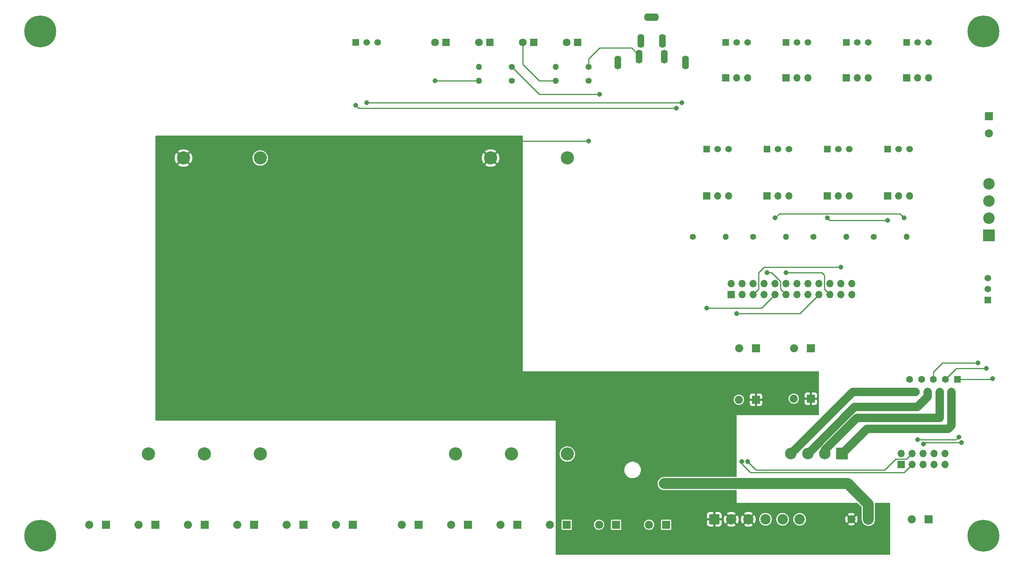
<source format=gbr>
%TF.GenerationSoftware,KiCad,Pcbnew,7.0.10-7.0.10~ubuntu22.04.1*%
%TF.CreationDate,2024-01-18T15:24:53-05:00*%
%TF.ProjectId,power-board,706f7765-722d-4626-9f61-72642e6b6963,rev?*%
%TF.SameCoordinates,Original*%
%TF.FileFunction,Copper,L4,Bot*%
%TF.FilePolarity,Positive*%
%FSLAX46Y46*%
G04 Gerber Fmt 4.6, Leading zero omitted, Abs format (unit mm)*
G04 Created by KiCad (PCBNEW 7.0.10-7.0.10~ubuntu22.04.1) date 2024-01-18 15:24:53*
%MOMM*%
%LPD*%
G01*
G04 APERTURE LIST*
G04 Aperture macros list*
%AMRoundRect*
0 Rectangle with rounded corners*
0 $1 Rounding radius*
0 $2 $3 $4 $5 $6 $7 $8 $9 X,Y pos of 4 corners*
0 Add a 4 corners polygon primitive as box body*
4,1,4,$2,$3,$4,$5,$6,$7,$8,$9,$2,$3,0*
0 Add four circle primitives for the rounded corners*
1,1,$1+$1,$2,$3*
1,1,$1+$1,$4,$5*
1,1,$1+$1,$6,$7*
1,1,$1+$1,$8,$9*
0 Add four rect primitives between the rounded corners*
20,1,$1+$1,$2,$3,$4,$5,0*
20,1,$1+$1,$4,$5,$6,$7,0*
20,1,$1+$1,$6,$7,$8,$9,0*
20,1,$1+$1,$8,$9,$2,$3,0*%
G04 Aperture macros list end*
%TA.AperFunction,ComponentPad*%
%ADD10R,1.524000X1.524000*%
%TD*%
%TA.AperFunction,ComponentPad*%
%ADD11C,1.524000*%
%TD*%
%TA.AperFunction,ComponentPad*%
%ADD12C,1.400000*%
%TD*%
%TA.AperFunction,ComponentPad*%
%ADD13O,1.400000X1.400000*%
%TD*%
%TA.AperFunction,ComponentPad*%
%ADD14C,7.400000*%
%TD*%
%TA.AperFunction,ComponentPad*%
%ADD15R,1.870000X1.870000*%
%TD*%
%TA.AperFunction,ComponentPad*%
%ADD16C,1.870000*%
%TD*%
%TA.AperFunction,ComponentPad*%
%ADD17C,3.048000*%
%TD*%
%TA.AperFunction,ComponentPad*%
%ADD18R,1.800000X1.800000*%
%TD*%
%TA.AperFunction,ComponentPad*%
%ADD19C,1.800000*%
%TD*%
%TA.AperFunction,ComponentPad*%
%ADD20R,2.670000X2.670000*%
%TD*%
%TA.AperFunction,ComponentPad*%
%ADD21C,2.670000*%
%TD*%
%TA.AperFunction,ComponentPad*%
%ADD22R,1.700000X1.700000*%
%TD*%
%TA.AperFunction,ComponentPad*%
%ADD23O,1.700000X1.700000*%
%TD*%
%TA.AperFunction,ComponentPad*%
%ADD24RoundRect,0.250001X-0.949999X-0.949999X0.949999X-0.949999X0.949999X0.949999X-0.949999X0.949999X0*%
%TD*%
%TA.AperFunction,ComponentPad*%
%ADD25C,2.400000*%
%TD*%
%TA.AperFunction,ComponentPad*%
%ADD26O,1.600000X3.200000*%
%TD*%
%TA.AperFunction,ComponentPad*%
%ADD27O,3.500000X1.750000*%
%TD*%
%TA.AperFunction,ComponentPad*%
%ADD28R,1.600000X1.600000*%
%TD*%
%TA.AperFunction,ComponentPad*%
%ADD29C,1.600000*%
%TD*%
%TA.AperFunction,ViaPad*%
%ADD30C,1.143000*%
%TD*%
%TA.AperFunction,ViaPad*%
%ADD31C,2.159000*%
%TD*%
%TA.AperFunction,Conductor*%
%ADD32C,0.254000*%
%TD*%
%TA.AperFunction,Conductor*%
%ADD33C,2.540000*%
%TD*%
%TA.AperFunction,Conductor*%
%ADD34C,1.905000*%
%TD*%
G04 APERTURE END LIST*
D10*
%TO.P,TP1,1,Pin_1*%
%TO.N,/HV_MON+*%
X98425000Y-25400000D03*
D11*
%TO.P,TP1,2,Pin_2*%
%TO.N,/HV_MON-*%
X100965000Y-25400000D03*
%TO.P,TP1,3,Pin_3*%
%TO.N,GND*%
X103505000Y-25400000D03*
%TD*%
D12*
%TO.P,R7,1*%
%TO.N,+5V*%
X204470000Y-70485000D03*
D13*
%TO.P,R7,2*%
%TO.N,/GPIO_IN_2*%
X212090000Y-70485000D03*
%TD*%
D14*
%TO.P,H4,1*%
%TO.N,N/C*%
X243840000Y-139700000D03*
%TD*%
D15*
%TO.P,J14,1,Pin_1*%
%TO.N,+5V*%
X191176500Y-96264000D03*
D16*
%TO.P,J14,2,Pin_2*%
%TO.N,GND*%
X187216500Y-96264000D03*
%TD*%
D12*
%TO.P,R3,1*%
%TO.N,+6V*%
X134620000Y-34290000D03*
D13*
%TO.P,R3,2*%
%TO.N,Net-(D1-A)*%
X127000000Y-34290000D03*
%TD*%
D12*
%TO.P,R1,1*%
%TO.N,+5V*%
X134620000Y-31115000D03*
D13*
%TO.P,R1,2*%
%TO.N,Net-(D2-A)*%
X127000000Y-31115000D03*
%TD*%
D14*
%TO.P,H3,1*%
%TO.N,N/C*%
X25400000Y-139700000D03*
%TD*%
D15*
%TO.P,J6,1,Pin_1*%
%TO.N,+12V*%
X245110000Y-42545000D03*
D16*
%TO.P,J6,2,Pin_2*%
%TO.N,GND*%
X245110000Y-46505000D03*
%TD*%
D15*
%TO.P,J22,1,Pin_1*%
%TO.N,Net-(J23-Pin_1)*%
X217170000Y-135890000D03*
D16*
%TO.P,J22,2,Pin_2*%
%TO.N,+12V*%
X213210000Y-135890000D03*
%TD*%
D15*
%TO.P,J17,1,Pin_1*%
%TO.N,+12V*%
X191135000Y-108204000D03*
D16*
%TO.P,J17,2,Pin_2*%
%TO.N,GND*%
X187175000Y-108204000D03*
%TD*%
D10*
%TO.P,J7,1,Pin_1*%
%TO.N,+5V*%
X179705000Y-50165000D03*
D11*
%TO.P,J7,2,Pin_2*%
%TO.N,Net-(J8-Pin_2)*%
X182245000Y-50165000D03*
%TO.P,J7,3,Pin_3*%
%TO.N,GND*%
X184785000Y-50165000D03*
%TD*%
D10*
%TO.P,J1,1,Pin_1*%
%TO.N,+5V*%
X184150000Y-25376500D03*
D11*
%TO.P,J1,2,Pin_2*%
%TO.N,Net-(J2-Pin_2)*%
X186690000Y-25376500D03*
%TO.P,J1,3,Pin_3*%
%TO.N,GND*%
X189230000Y-25376500D03*
%TD*%
D10*
%TO.P,J12,1,Pin_1*%
%TO.N,/TS_1*%
X244797500Y-85090000D03*
D11*
%TO.P,J12,2,Pin_2*%
%TO.N,/TS_2*%
X244797500Y-82550000D03*
%TO.P,J12,3,Pin_3*%
%TO.N,/TS_3*%
X244797500Y-80010000D03*
%TD*%
D17*
%TO.P,U1,1,IN+*%
%TO.N,+12V*%
X58547000Y-52197000D03*
%TO.P,U1,2,IN-*%
%TO.N,GND*%
X76327000Y-52197000D03*
%TO.P,U1,3,OUT+*%
%TO.N,+6V*%
X50419000Y-120777000D03*
%TO.P,U1,4,T/C*%
%TO.N,unconnected-(U1-T{slash}C-Pad4)*%
X63373000Y-120777000D03*
%TO.P,U1,5,OUT-*%
%TO.N,GND*%
X76327000Y-120777000D03*
%TD*%
D12*
%TO.P,R8,1*%
%TO.N,+5V*%
X218440000Y-70485000D03*
D13*
%TO.P,R8,2*%
%TO.N,/GPIO_IN_3*%
X226060000Y-70485000D03*
%TD*%
D11*
%TO.P,J9,3,Pin_3*%
%TO.N,GND*%
X212725000Y-50165000D03*
%TO.P,J9,2,Pin_2*%
%TO.N,Net-(J10-Pin_2)*%
X210185000Y-50165000D03*
D10*
%TO.P,J9,1,Pin_1*%
%TO.N,+5V*%
X207645000Y-50165000D03*
%TD*%
%TO.P,J2,1,Pin_1*%
%TO.N,+5V*%
X198120000Y-25376500D03*
D11*
%TO.P,J2,2,Pin_2*%
%TO.N,Net-(J3-Pin_2)*%
X200660000Y-25376500D03*
%TO.P,J2,3,Pin_3*%
%TO.N,GND*%
X203200000Y-25376500D03*
%TD*%
D18*
%TO.P,D4,1,K*%
%TO.N,GND*%
X149860000Y-25400000D03*
D19*
%TO.P,D4,2,A*%
%TO.N,Net-(D4-A)*%
X147320000Y-25400000D03*
%TD*%
D15*
%TO.P,J18,1,Pin_1*%
%TO.N,+12V*%
X203835000Y-107950000D03*
D16*
%TO.P,J18,2,Pin_2*%
%TO.N,GND*%
X199875000Y-107950000D03*
%TD*%
D20*
%TO.P,J11,1,Pin_1*%
%TO.N,/FAN+*%
X245062500Y-70075000D03*
D21*
%TO.P,J11,2,Pin_2*%
%TO.N,/FAN-*%
X245062500Y-66115000D03*
%TO.P,J11,3,Pin_3*%
%TO.N,/TEC+*%
X245062500Y-62155000D03*
%TO.P,J11,4,Pin_4*%
%TO.N,/TEC-*%
X245062500Y-58195000D03*
%TD*%
D15*
%TO.P,J31,1,Pin_1*%
%TO.N,+5V*%
X124460000Y-137160000D03*
D16*
%TO.P,J31,2,Pin_2*%
%TO.N,GND*%
X120500000Y-137160000D03*
%TD*%
D18*
%TO.P,D3,1,K*%
%TO.N,GND*%
X139700000Y-25400000D03*
D19*
%TO.P,D3,2,A*%
%TO.N,Net-(D3-A)*%
X137160000Y-25400000D03*
%TD*%
D22*
%TO.P,JP1,1,A*%
%TO.N,/GPIO_OUT_0*%
X184135000Y-33655000D03*
D23*
%TO.P,JP1,2,C*%
%TO.N,Net-(J2-Pin_2)*%
X186675000Y-33655000D03*
%TO.P,JP1,3,B*%
%TO.N,/GPIO_IN_0*%
X189215000Y-33655000D03*
%TD*%
D15*
%TO.P,J25,1,Pin_1*%
%TO.N,+5VL*%
X52070000Y-137160000D03*
D16*
%TO.P,J25,2,Pin_2*%
%TO.N,GND*%
X48110000Y-137160000D03*
%TD*%
D22*
%TO.P,JP7,1,A*%
%TO.N,/GPIO_OUT_6*%
X207645000Y-60960000D03*
D23*
%TO.P,JP7,2,C*%
%TO.N,Net-(J10-Pin_2)*%
X210185000Y-60960000D03*
%TO.P,JP7,3,B*%
%TO.N,/GPIO_IN_2*%
X212725000Y-60960000D03*
%TD*%
D17*
%TO.P,U2,1,IN+*%
%TO.N,+12V*%
X129667000Y-52197000D03*
%TO.P,U2,2,IN-*%
%TO.N,GND*%
X147447000Y-52197000D03*
%TO.P,U2,3,OUT+*%
%TO.N,+5V*%
X121539000Y-120777000D03*
%TO.P,U2,4,T/C*%
%TO.N,unconnected-(U2-T{slash}C-Pad4)*%
X134493000Y-120777000D03*
%TO.P,U2,5,OUT-*%
%TO.N,GND*%
X147447000Y-120777000D03*
%TD*%
D22*
%TO.P,JP4,1,A*%
%TO.N,/GPIO_OUT_3*%
X226060000Y-33655000D03*
D23*
%TO.P,JP4,2,C*%
%TO.N,Net-(J5-Pin_2)*%
X228600000Y-33655000D03*
%TO.P,JP4,3,B*%
%TO.N,/GPIO_IN_3*%
X231140000Y-33655000D03*
%TD*%
D15*
%TO.P,J23,1,Pin_1*%
%TO.N,+5V*%
X231140000Y-135890000D03*
D16*
%TO.P,J23,2,Pin_2*%
%TO.N,+5VL*%
X227180000Y-135890000D03*
%TD*%
D15*
%TO.P,J32,1,Pin_1*%
%TO.N,+5V*%
X135890000Y-137160000D03*
D16*
%TO.P,J32,2,Pin_2*%
%TO.N,GND*%
X131930000Y-137160000D03*
%TD*%
D24*
%TO.P,J21,1,Pin_1*%
%TO.N,+12V*%
X181460000Y-135890000D03*
D25*
%TO.P,J21,2,Pin_2*%
X185420000Y-135890000D03*
%TO.P,J21,3,Pin_3*%
X189380000Y-135890000D03*
%TO.P,J21,4,Pin_4*%
%TO.N,GND*%
X193340000Y-135890000D03*
%TO.P,J21,5,Pin_5*%
X197300000Y-135890000D03*
%TO.P,J21,6,Pin_6*%
X201260000Y-135890000D03*
%TD*%
D12*
%TO.P,R5,1*%
%TO.N,+5V*%
X176530000Y-70485000D03*
D13*
%TO.P,R5,2*%
%TO.N,/GPIO_IN_0*%
X184150000Y-70485000D03*
%TD*%
D15*
%TO.P,J24,1,Pin_1*%
%TO.N,+5VL*%
X40640000Y-137160000D03*
D16*
%TO.P,J24,2,Pin_2*%
%TO.N,GND*%
X36680000Y-137160000D03*
%TD*%
D12*
%TO.P,R4,1*%
%TO.N,+12V*%
X152400000Y-34290000D03*
D13*
%TO.P,R4,2*%
%TO.N,Net-(D3-A)*%
X144780000Y-34290000D03*
%TD*%
D22*
%TO.P,J13,1,Pin_1*%
%TO.N,/GPIO_OUT_0*%
X185420000Y-83820000D03*
D23*
%TO.P,J13,2,Pin_2*%
%TO.N,GND*%
X185420000Y-81280000D03*
%TO.P,J13,3,Pin_3*%
%TO.N,/GPIO_OUT_1*%
X187960000Y-83820000D03*
%TO.P,J13,4,Pin_4*%
%TO.N,GND*%
X187960000Y-81280000D03*
%TO.P,J13,5,Pin_5*%
%TO.N,/GPIO_OUT_2*%
X190500000Y-83820000D03*
%TO.P,J13,6,Pin_6*%
%TO.N,GND*%
X190500000Y-81280000D03*
%TO.P,J13,7,Pin_7*%
%TO.N,/GPIO_OUT_3*%
X193040000Y-83820000D03*
%TO.P,J13,8,Pin_8*%
%TO.N,GND*%
X193040000Y-81280000D03*
%TO.P,J13,9,Pin_9*%
%TO.N,/GPIO_OUT_4*%
X195580000Y-83820000D03*
%TO.P,J13,10,Pin_10*%
%TO.N,GND*%
X195580000Y-81280000D03*
%TO.P,J13,11,Pin_11*%
%TO.N,/GPIO_OUT_5*%
X198120000Y-83820000D03*
%TO.P,J13,12,Pin_12*%
%TO.N,GND*%
X198120000Y-81280000D03*
%TO.P,J13,13,Pin_13*%
%TO.N,/GPIO_OUT_6*%
X200660000Y-83820000D03*
%TO.P,J13,14,Pin_14*%
%TO.N,GND*%
X200660000Y-81280000D03*
%TO.P,J13,15,Pin_15*%
%TO.N,/GPIO_OUT_7*%
X203200000Y-83820000D03*
%TO.P,J13,16,Pin_16*%
%TO.N,GND*%
X203200000Y-81280000D03*
%TO.P,J13,17,Pin_17*%
%TO.N,/GPIO_IN_0*%
X205740000Y-83820000D03*
%TO.P,J13,18,Pin_18*%
%TO.N,GND*%
X205740000Y-81280000D03*
%TO.P,J13,19,Pin_19*%
%TO.N,/GPIO_IN_1*%
X208280000Y-83820000D03*
%TO.P,J13,20,Pin_20*%
%TO.N,GND*%
X208280000Y-81280000D03*
%TO.P,J13,21,Pin_21*%
%TO.N,/GPIO_IN_2*%
X210820000Y-83820000D03*
%TO.P,J13,22,Pin_22*%
%TO.N,GND*%
X210820000Y-81280000D03*
%TO.P,J13,23,Pin_23*%
%TO.N,/GPIO_IN_3*%
X213360000Y-83820000D03*
%TO.P,J13,24,Pin_24*%
%TO.N,GND*%
X213360000Y-81280000D03*
%TD*%
D15*
%TO.P,J15,1,Pin_1*%
%TO.N,+5V*%
X203876500Y-96264000D03*
D16*
%TO.P,J15,2,Pin_2*%
%TO.N,GND*%
X199916500Y-96264000D03*
%TD*%
D22*
%TO.P,J20,1,Pin_1*%
%TO.N,+6V*%
X224790000Y-123190000D03*
D23*
%TO.P,J20,2,Pin_2*%
%TO.N,GND*%
X224790000Y-120650000D03*
%TO.P,J20,3,Pin_3*%
%TO.N,/HV_MON+*%
X227330000Y-123190000D03*
%TO.P,J20,4,Pin_4*%
%TO.N,/HV_MON-*%
X227330000Y-120650000D03*
%TO.P,J20,5,Pin_5*%
%TO.N,/TS_1*%
X229870000Y-123190000D03*
%TO.P,J20,6,Pin_6*%
%TO.N,/TS_2*%
X229870000Y-120650000D03*
%TO.P,J20,7,Pin_7*%
%TO.N,/TS_3*%
X232410000Y-123190000D03*
%TO.P,J20,8,Pin_8*%
%TO.N,unconnected-(J21-Pin_8-Pad8)*%
X232410000Y-120650000D03*
%TO.P,J20,9,Pin_9*%
%TO.N,unconnected-(J21-Pin_9-Pad9)*%
X234950000Y-123190000D03*
%TO.P,J20,10,Pin_10*%
%TO.N,unconnected-(J21-Pin_10-Pad10)*%
X234950000Y-120650000D03*
%TD*%
D22*
%TO.P,JP3,1,A*%
%TO.N,/GPIO_OUT_2*%
X212090000Y-33655000D03*
D23*
%TO.P,JP3,2,C*%
%TO.N,Net-(J4-Pin_2)*%
X214630000Y-33655000D03*
%TO.P,JP3,3,B*%
%TO.N,/GPIO_IN_2*%
X217170000Y-33655000D03*
%TD*%
D14*
%TO.P,H1,1*%
%TO.N,N/C*%
X25400000Y-22860000D03*
%TD*%
D10*
%TO.P,J3,1,Pin_1*%
%TO.N,+5V*%
X212090000Y-25376500D03*
D11*
%TO.P,J3,2,Pin_2*%
%TO.N,Net-(J4-Pin_2)*%
X214630000Y-25376500D03*
%TO.P,J3,3,Pin_3*%
%TO.N,GND*%
X217170000Y-25376500D03*
%TD*%
D15*
%TO.P,J29,1,Pin_1*%
%TO.N,+5VL*%
X97790000Y-137160000D03*
D16*
%TO.P,J29,2,Pin_2*%
%TO.N,GND*%
X93830000Y-137160000D03*
%TD*%
D12*
%TO.P,R6,1*%
%TO.N,+5V*%
X190500000Y-70485000D03*
D13*
%TO.P,R6,2*%
%TO.N,/GPIO_IN_1*%
X198120000Y-70485000D03*
%TD*%
D15*
%TO.P,J30,1,Pin_1*%
%TO.N,+5V*%
X113030000Y-137160000D03*
D16*
%TO.P,J30,2,Pin_2*%
%TO.N,GND*%
X109070000Y-137160000D03*
%TD*%
D26*
%TO.P,J5,1*%
%TO.N,Net-(J23-Pin_1)*%
X169865000Y-28740000D03*
%TO.P,J5,2*%
X164065000Y-28740000D03*
%TO.P,J5,3*%
%TO.N,GND*%
X169465000Y-25090000D03*
%TO.P,J5,4*%
X164465000Y-25090000D03*
D27*
%TO.P,J5,S1*%
%TO.N,N/C*%
X166965000Y-19590000D03*
D26*
%TO.P,J5,S2*%
X174765000Y-30090000D03*
%TO.P,J5,S3*%
X159165000Y-30090000D03*
%TD*%
D15*
%TO.P,J27,1,Pin_1*%
%TO.N,+5VL*%
X74930000Y-137160000D03*
D16*
%TO.P,J27,2,Pin_2*%
%TO.N,GND*%
X70970000Y-137160000D03*
%TD*%
D15*
%TO.P,J34,1,Pin_1*%
%TO.N,+5V*%
X158750000Y-137160000D03*
D16*
%TO.P,J34,2,Pin_2*%
%TO.N,GND*%
X154790000Y-137160000D03*
%TD*%
D22*
%TO.P,JP5,1,A*%
%TO.N,/GPIO_OUT_4*%
X179705000Y-60960000D03*
D23*
%TO.P,JP5,2,C*%
%TO.N,Net-(J8-Pin_2)*%
X182245000Y-60960000D03*
%TO.P,JP5,3,B*%
%TO.N,/GPIO_IN_0*%
X184785000Y-60960000D03*
%TD*%
D15*
%TO.P,J28,1,Pin_1*%
%TO.N,+5VL*%
X86360000Y-137160000D03*
D16*
%TO.P,J28,2,Pin_2*%
%TO.N,GND*%
X82400000Y-137160000D03*
%TD*%
D20*
%TO.P,J19,1,Pin_1*%
%TO.N,/FAN+*%
X211045000Y-120650000D03*
D21*
%TO.P,J19,2,Pin_2*%
%TO.N,/FAN-*%
X207085000Y-120650000D03*
%TO.P,J19,3,Pin_3*%
%TO.N,/TEC+*%
X203125000Y-120650000D03*
%TO.P,J19,4,Pin_4*%
%TO.N,/TEC-*%
X199165000Y-120650000D03*
%TD*%
D18*
%TO.P,D2,1,K*%
%TO.N,GND*%
X129540000Y-25400000D03*
D19*
%TO.P,D2,2,A*%
%TO.N,Net-(D2-A)*%
X127000000Y-25400000D03*
%TD*%
D15*
%TO.P,J35,1,Pin_1*%
%TO.N,+5V*%
X170330000Y-137160000D03*
D16*
%TO.P,J35,2,Pin_2*%
%TO.N,GND*%
X166370000Y-137160000D03*
%TD*%
D28*
%TO.P,J16,1,1*%
%TO.N,/TS_2*%
X237775000Y-103505000D03*
D29*
%TO.P,J16,2,2*%
%TO.N,/TS_1*%
X235005000Y-103505000D03*
%TO.P,J16,3,3*%
%TO.N,/TS_3*%
X232235000Y-103505000D03*
%TO.P,J16,4,4*%
%TO.N,+6V*%
X229465000Y-103505000D03*
%TO.P,J16,5,5*%
%TO.N,GND*%
X226695000Y-103505000D03*
%TO.P,J16,6,6*%
%TO.N,/FAN+*%
X236390000Y-106345000D03*
%TO.P,J16,7,7*%
%TO.N,/FAN-*%
X233620000Y-106345000D03*
%TO.P,J16,8,8*%
%TO.N,/TEC+*%
X230850000Y-106345000D03*
%TO.P,J16,9,9*%
%TO.N,/TEC-*%
X228080000Y-106345000D03*
%TD*%
D22*
%TO.P,JP2,1,A*%
%TO.N,/GPIO_OUT_1*%
X198120000Y-33655000D03*
D23*
%TO.P,JP2,2,C*%
%TO.N,Net-(J3-Pin_2)*%
X200660000Y-33655000D03*
%TO.P,JP2,3,B*%
%TO.N,/GPIO_IN_1*%
X203200000Y-33655000D03*
%TD*%
D14*
%TO.P,H2,1*%
%TO.N,N/C*%
X243840000Y-22860000D03*
%TD*%
D18*
%TO.P,D1,1,K*%
%TO.N,GND*%
X119380000Y-25400000D03*
D19*
%TO.P,D1,2,A*%
%TO.N,Net-(D1-A)*%
X116840000Y-25400000D03*
%TD*%
D10*
%TO.P,J4,1,Pin_1*%
%TO.N,+5V*%
X226060000Y-25376500D03*
D11*
%TO.P,J4,2,Pin_2*%
%TO.N,Net-(J5-Pin_2)*%
X228600000Y-25376500D03*
%TO.P,J4,3,Pin_3*%
%TO.N,GND*%
X231140000Y-25376500D03*
%TD*%
D22*
%TO.P,JP8,1,A*%
%TO.N,/GPIO_OUT_7*%
X221615000Y-60960000D03*
D23*
%TO.P,JP8,2,C*%
%TO.N,Net-(J11-Pin_2)*%
X224155000Y-60960000D03*
%TO.P,JP8,3,B*%
%TO.N,/GPIO_IN_3*%
X226695000Y-60960000D03*
%TD*%
D10*
%TO.P,J10,1,Pin_1*%
%TO.N,+5V*%
X221615000Y-50165000D03*
D11*
%TO.P,J10,2,Pin_2*%
%TO.N,Net-(J11-Pin_2)*%
X224155000Y-50165000D03*
%TO.P,J10,3,Pin_3*%
%TO.N,GND*%
X226695000Y-50165000D03*
%TD*%
D23*
%TO.P,JP6,3,B*%
%TO.N,/GPIO_IN_1*%
X198755000Y-60960000D03*
%TO.P,JP6,2,C*%
%TO.N,Net-(J9-Pin_2)*%
X196215000Y-60960000D03*
D22*
%TO.P,JP6,1,A*%
%TO.N,/GPIO_OUT_5*%
X193675000Y-60960000D03*
%TD*%
D12*
%TO.P,R2,1*%
%TO.N,Net-(J23-Pin_1)*%
X152400000Y-31115000D03*
D13*
%TO.P,R2,2*%
%TO.N,Net-(D4-A)*%
X144780000Y-31115000D03*
%TD*%
D15*
%TO.P,J33,1,Pin_1*%
%TO.N,+5V*%
X147320000Y-137160000D03*
D16*
%TO.P,J33,2,Pin_2*%
%TO.N,GND*%
X143360000Y-137160000D03*
%TD*%
D10*
%TO.P,J8,1,Pin_1*%
%TO.N,+5V*%
X193675000Y-50165000D03*
D11*
%TO.P,J8,2,Pin_2*%
%TO.N,Net-(J9-Pin_2)*%
X196215000Y-50165000D03*
%TO.P,J8,3,Pin_3*%
%TO.N,GND*%
X198755000Y-50165000D03*
%TD*%
D15*
%TO.P,J26,1,Pin_1*%
%TO.N,+5VL*%
X63500000Y-137160000D03*
D16*
%TO.P,J26,2,Pin_2*%
%TO.N,GND*%
X59540000Y-137160000D03*
%TD*%
D30*
%TO.N,/GPIO_OUT_7*%
X221615000Y-66675000D03*
X207645000Y-66040000D03*
%TO.N,/GPIO_IN_1*%
X198120000Y-78740000D03*
%TO.N,/GPIO_OUT_3*%
X225425000Y-66040000D03*
X195580000Y-66040000D03*
%TO.N,/GPIO_OUT_5*%
X193675000Y-78740000D03*
%TO.N,/GPIO_IN_0*%
X186690000Y-88265000D03*
%TO.N,/GPIO_OUT_2*%
X210820000Y-77470000D03*
%TO.N,/GPIO_OUT_4*%
X179705000Y-86995000D03*
%TO.N,Net-(D1-A)*%
X116840000Y-34290000D03*
%TO.N,+12V*%
X152400000Y-48260000D03*
%TO.N,+5V*%
X154940000Y-37465000D03*
%TO.N,/HV_MON-*%
X173990000Y-39370000D03*
X100965000Y-39370000D03*
X189230000Y-122555000D03*
%TO.N,/HV_MON+*%
X98425000Y-40005000D03*
X172720000Y-40640000D03*
X187836997Y-122555000D03*
%TO.N,/TS_3*%
X242570000Y-99695000D03*
%TO.N,/TS_2*%
X245940500Y-103309500D03*
%TO.N,/TS_1*%
X244475000Y-100965000D03*
X238125000Y-116840000D03*
X228600000Y-117475000D03*
%TO.N,/TS_2*%
X238760000Y-118110000D03*
X229924387Y-118427500D03*
D31*
%TO.N,Net-(J23-Pin_1)*%
X169865000Y-127635000D03*
%TD*%
D32*
%TO.N,/GPIO_OUT_7*%
X207645000Y-66040000D02*
X208280000Y-66675000D01*
X208280000Y-66675000D02*
X221615000Y-66675000D01*
%TO.N,/GPIO_OUT_3*%
X224472500Y-65087500D02*
X225425000Y-66040000D01*
X196532500Y-65087500D02*
X224472500Y-65087500D01*
X195580000Y-66040000D02*
X196532500Y-65087500D01*
%TO.N,/GPIO_IN_1*%
X198120000Y-78740000D02*
X206375000Y-78740000D01*
X206375000Y-78740000D02*
X207010000Y-79375000D01*
X207010000Y-79375000D02*
X207010000Y-82550000D01*
X207010000Y-82550000D02*
X208280000Y-83820000D01*
%TO.N,/GPIO_OUT_5*%
X193675000Y-78740000D02*
X194780897Y-78740000D01*
X194780897Y-78740000D02*
X196850000Y-80809103D01*
X196850000Y-80809103D02*
X196850000Y-82550000D01*
X196850000Y-82550000D02*
X198120000Y-83820000D01*
%TO.N,/GPIO_IN_0*%
X205740000Y-83820000D02*
X201295000Y-88265000D01*
X201295000Y-88265000D02*
X186690000Y-88265000D01*
%TO.N,/GPIO_OUT_2*%
X210820000Y-77470000D02*
X193040000Y-77470000D01*
X193040000Y-77470000D02*
X191770000Y-78740000D01*
X191770000Y-78740000D02*
X191770000Y-82550000D01*
X191770000Y-82550000D02*
X190500000Y-83820000D01*
%TO.N,/GPIO_OUT_4*%
X179705000Y-86995000D02*
X192405000Y-86995000D01*
X192405000Y-86995000D02*
X195580000Y-83820000D01*
%TO.N,Net-(D3-A)*%
X137160000Y-25400000D02*
X137160000Y-30480000D01*
X137160000Y-30480000D02*
X140970000Y-34290000D01*
X140970000Y-34290000D02*
X144780000Y-34290000D01*
%TO.N,Net-(D1-A)*%
X116840000Y-34290000D02*
X127000000Y-34290000D01*
%TO.N,+12V*%
X152400000Y-48260000D02*
X136525000Y-48260000D01*
X136525000Y-48260000D02*
X135890000Y-48895000D01*
%TO.N,Net-(J23-Pin_1)*%
X152400000Y-31115000D02*
X152400000Y-29210000D01*
X152400000Y-29210000D02*
X154940000Y-26670000D01*
X154940000Y-26670000D02*
X162320000Y-26670000D01*
X162320000Y-26670000D02*
X164065000Y-28415000D01*
%TO.N,+5V*%
X134620000Y-31115000D02*
X140970000Y-37465000D01*
X140970000Y-37465000D02*
X154940000Y-37465000D01*
%TO.N,/HV_MON-*%
X173990000Y-39370000D02*
X100965000Y-39370000D01*
%TO.N,/HV_MON+*%
X227330000Y-123190000D02*
X225425000Y-125095000D01*
X187836997Y-123066997D02*
X187836997Y-122555000D01*
%TO.N,/HV_MON-*%
X227330000Y-120650000D02*
X226021000Y-121959000D01*
X226021000Y-121959000D02*
X223481000Y-121959000D01*
X223481000Y-121959000D02*
X220980000Y-124460000D01*
%TO.N,/HV_MON+*%
X225425000Y-125095000D02*
X189865000Y-125095000D01*
%TO.N,/HV_MON-*%
X191135000Y-124460000D02*
X189230000Y-122555000D01*
%TO.N,/HV_MON+*%
X189865000Y-125095000D02*
X187836997Y-123066997D01*
%TO.N,/HV_MON-*%
X220980000Y-124460000D02*
X191135000Y-124460000D01*
%TO.N,/HV_MON+*%
X172720000Y-40640000D02*
X99060000Y-40640000D01*
X99060000Y-40640000D02*
X98425000Y-40005000D01*
D33*
%TO.N,Net-(J23-Pin_1)*%
X212390000Y-127635000D02*
X169865000Y-127635000D01*
X217170000Y-132415000D02*
X212390000Y-127635000D01*
X217170000Y-135890000D02*
X217170000Y-132415000D01*
D34*
%TO.N,/TEC-*%
X228080000Y-106345000D02*
X213470000Y-106345000D01*
X213470000Y-106345000D02*
X199165000Y-120650000D01*
%TO.N,/FAN-*%
X214433288Y-112395000D02*
X207085000Y-119743288D01*
X233620000Y-112335000D02*
X233560000Y-112395000D01*
X233620000Y-106345000D02*
X233620000Y-112335000D01*
X207085000Y-119743288D02*
X207085000Y-120650000D01*
X233560000Y-112395000D02*
X214433288Y-112395000D01*
%TO.N,/TEC+*%
X230850000Y-107476370D02*
X228471370Y-109855000D01*
X230850000Y-106345000D02*
X230850000Y-107476370D01*
X213920000Y-109855000D02*
X203125000Y-120650000D01*
X228471370Y-109855000D02*
X213920000Y-109855000D01*
%TO.N,/FAN+*%
X236390000Y-106345000D02*
X236390000Y-114130000D01*
X235585000Y-114935000D02*
X216760000Y-114935000D01*
X216760000Y-114935000D02*
X211045000Y-120650000D01*
X236390000Y-114130000D02*
X235585000Y-114935000D01*
D32*
%TO.N,/TS_3*%
X242570000Y-99695000D02*
X234315000Y-99695000D01*
X234315000Y-99695000D02*
X232235000Y-101775000D01*
X232235000Y-101775000D02*
X232235000Y-103505000D01*
%TO.N,/TS_2*%
X245940500Y-103309500D02*
X245745000Y-103505000D01*
X245745000Y-103505000D02*
X237775000Y-103505000D01*
%TO.N,/TS_1*%
X244475000Y-100965000D02*
X237545000Y-100965000D01*
X237545000Y-100965000D02*
X235005000Y-103505000D01*
%TO.N,/TS_2*%
X230241887Y-118110000D02*
X229924387Y-118427500D01*
%TO.N,/TS_1*%
X237490000Y-117475000D02*
X238125000Y-116840000D01*
%TO.N,/TS_2*%
X238760000Y-118110000D02*
X230241887Y-118110000D01*
%TO.N,/TS_1*%
X228600000Y-117475000D02*
X237490000Y-117475000D01*
%TD*%
%TA.AperFunction,Conductor*%
%TO.N,+12V*%
G36*
X137103039Y-47009685D02*
G01*
X137148794Y-47062489D01*
X137160000Y-47114000D01*
X137160000Y-101600000D01*
X205616000Y-101600000D01*
X205683039Y-101619685D01*
X205728794Y-101672489D01*
X205740000Y-101724000D01*
X205740000Y-111636000D01*
X205720315Y-111703039D01*
X205667511Y-111748794D01*
X205616000Y-111760000D01*
X186690000Y-111760000D01*
X186690000Y-125986500D01*
X186670315Y-126053539D01*
X186617511Y-126099294D01*
X186566000Y-126110500D01*
X169803549Y-126110500D01*
X169619657Y-126125345D01*
X169380671Y-126184250D01*
X169154227Y-126280728D01*
X168946184Y-126412287D01*
X168761951Y-126575503D01*
X168606280Y-126766166D01*
X168606277Y-126766169D01*
X168483209Y-126979330D01*
X168395927Y-127209473D01*
X168346691Y-127450640D01*
X168346690Y-127450647D01*
X168336779Y-127696578D01*
X168336779Y-127696579D01*
X168366447Y-127940923D01*
X168366449Y-127940930D01*
X168434928Y-128177348D01*
X168434929Y-128177351D01*
X168540449Y-128399731D01*
X168680274Y-128602301D01*
X168680277Y-128602305D01*
X168850777Y-128779815D01*
X169047550Y-128927680D01*
X169047552Y-128927681D01*
X169047556Y-128927684D01*
X169161047Y-128987249D01*
X169265500Y-129042071D01*
X169265502Y-129042071D01*
X169265503Y-129042072D01*
X169498976Y-129120017D01*
X169741927Y-129159499D01*
X169741929Y-129159500D01*
X169741930Y-129159500D01*
X186566000Y-129159500D01*
X186633039Y-129179185D01*
X186678794Y-129231989D01*
X186690000Y-129283500D01*
X186690000Y-132080000D01*
X214627669Y-132080000D01*
X214694708Y-132099685D01*
X214715350Y-132116319D01*
X215609181Y-133010150D01*
X215642666Y-133071473D01*
X215645500Y-133097831D01*
X215645500Y-135951450D01*
X215660345Y-136135342D01*
X215719250Y-136374328D01*
X215719251Y-136374331D01*
X215737774Y-136417806D01*
X215808854Y-136584639D01*
X215815730Y-136600776D01*
X215947284Y-136808811D01*
X215947285Y-136808812D01*
X215957281Y-136820095D01*
X215986084Y-136878134D01*
X215995266Y-136924301D01*
X216051515Y-137008484D01*
X216085234Y-137031014D01*
X216135699Y-137064734D01*
X216188167Y-137075170D01*
X216242397Y-137100736D01*
X216301167Y-137148721D01*
X216301172Y-137148724D01*
X216488259Y-137256738D01*
X216514332Y-137271791D01*
X216744478Y-137359074D01*
X216985644Y-137408309D01*
X217059426Y-137411282D01*
X217231578Y-137418220D01*
X217231579Y-137418220D01*
X217231580Y-137418219D01*
X217231585Y-137418220D01*
X217475931Y-137388551D01*
X217712354Y-137320070D01*
X217934730Y-137214551D01*
X217934730Y-137214550D01*
X217934732Y-137214550D01*
X218013760Y-137160000D01*
X218109416Y-137093973D01*
X218155661Y-137074407D01*
X218204301Y-137064734D01*
X218288484Y-137008484D01*
X218344734Y-136924301D01*
X218355424Y-136870553D01*
X218377908Y-136820258D01*
X218462684Y-136707444D01*
X218577072Y-136489497D01*
X218655017Y-136256024D01*
X218694500Y-136013070D01*
X218694500Y-132431638D01*
X218694525Y-132429141D01*
X218696670Y-132322654D01*
X218686375Y-132250111D01*
X218685548Y-132242671D01*
X218683232Y-132213975D01*
X218697460Y-132145570D01*
X218746412Y-132095715D01*
X218806830Y-132080000D01*
X222126000Y-132080000D01*
X222193039Y-132099685D01*
X222238794Y-132152489D01*
X222250000Y-132204000D01*
X222250000Y-144020500D01*
X222230315Y-144087539D01*
X222177511Y-144133294D01*
X222126000Y-144144500D01*
X144904000Y-144144500D01*
X144836961Y-144124815D01*
X144791206Y-144072011D01*
X144780000Y-144020500D01*
X144780000Y-138120063D01*
X146130500Y-138120063D01*
X146145266Y-138194301D01*
X146201515Y-138278484D01*
X146235234Y-138301014D01*
X146285699Y-138334734D01*
X146285702Y-138334734D01*
X146285703Y-138334735D01*
X146310666Y-138339700D01*
X146359933Y-138349500D01*
X148280066Y-138349499D01*
X148354301Y-138334734D01*
X148438484Y-138278484D01*
X148494734Y-138194301D01*
X148509500Y-138120067D01*
X148509499Y-137160000D01*
X153595404Y-137160000D01*
X153615743Y-137379501D01*
X153615743Y-137379503D01*
X153615744Y-137379506D01*
X153676072Y-137591538D01*
X153676073Y-137591541D01*
X153774330Y-137788868D01*
X153774335Y-137788876D01*
X153907184Y-137964796D01*
X154070094Y-138113307D01*
X154070096Y-138113309D01*
X154257519Y-138229356D01*
X154257525Y-138229359D01*
X154280670Y-138238325D01*
X154463083Y-138308993D01*
X154679777Y-138349500D01*
X154679779Y-138349500D01*
X154900221Y-138349500D01*
X154900223Y-138349500D01*
X155116917Y-138308993D01*
X155322477Y-138229358D01*
X155498995Y-138120063D01*
X157560500Y-138120063D01*
X157575266Y-138194301D01*
X157631515Y-138278484D01*
X157665234Y-138301014D01*
X157715699Y-138334734D01*
X157715702Y-138334734D01*
X157715703Y-138334735D01*
X157740666Y-138339700D01*
X157789933Y-138349500D01*
X159710066Y-138349499D01*
X159784301Y-138334734D01*
X159868484Y-138278484D01*
X159924734Y-138194301D01*
X159939500Y-138120067D01*
X159939499Y-137160000D01*
X165175404Y-137160000D01*
X165195743Y-137379501D01*
X165195743Y-137379503D01*
X165195744Y-137379506D01*
X165256072Y-137591538D01*
X165256073Y-137591541D01*
X165354330Y-137788868D01*
X165354335Y-137788876D01*
X165487184Y-137964796D01*
X165650094Y-138113307D01*
X165650096Y-138113309D01*
X165837519Y-138229356D01*
X165837525Y-138229359D01*
X165860670Y-138238325D01*
X166043083Y-138308993D01*
X166259777Y-138349500D01*
X166259779Y-138349500D01*
X166480221Y-138349500D01*
X166480223Y-138349500D01*
X166696917Y-138308993D01*
X166902477Y-138229358D01*
X167078995Y-138120063D01*
X169140500Y-138120063D01*
X169155266Y-138194301D01*
X169211515Y-138278484D01*
X169245234Y-138301014D01*
X169295699Y-138334734D01*
X169295702Y-138334734D01*
X169295703Y-138334735D01*
X169320666Y-138339700D01*
X169369933Y-138349500D01*
X171290066Y-138349499D01*
X171364301Y-138334734D01*
X171448484Y-138278484D01*
X171504734Y-138194301D01*
X171519500Y-138120067D01*
X171519499Y-136889985D01*
X179760000Y-136889985D01*
X179770493Y-136992689D01*
X179770494Y-136992696D01*
X179825641Y-137159118D01*
X179825643Y-137159123D01*
X179917684Y-137308344D01*
X180041655Y-137432315D01*
X180190876Y-137524356D01*
X180190881Y-137524358D01*
X180357303Y-137579505D01*
X180357310Y-137579506D01*
X180460014Y-137589999D01*
X180460027Y-137590000D01*
X181210000Y-137590000D01*
X181210000Y-136543837D01*
X181291249Y-136574651D01*
X181417660Y-136590000D01*
X181502340Y-136590000D01*
X181628751Y-136574651D01*
X181710000Y-136543837D01*
X181710000Y-137590000D01*
X182459973Y-137590000D01*
X182459985Y-137589999D01*
X182562689Y-137579506D01*
X182562696Y-137579505D01*
X182729118Y-137524358D01*
X182729123Y-137524356D01*
X182878344Y-137432315D01*
X183002315Y-137308344D01*
X183094356Y-137159123D01*
X183094358Y-137159118D01*
X183149505Y-136992696D01*
X183149506Y-136992689D01*
X183159999Y-136889985D01*
X183160000Y-136889972D01*
X183160000Y-136140000D01*
X182119329Y-136140000D01*
X182160000Y-135974995D01*
X182160000Y-135890004D01*
X183715233Y-135890004D01*
X183734273Y-136144079D01*
X183790968Y-136392477D01*
X183790973Y-136392494D01*
X183884058Y-136629671D01*
X183884057Y-136629671D01*
X184011454Y-136850327D01*
X184011461Y-136850338D01*
X184053452Y-136902991D01*
X184053453Y-136902992D01*
X184779859Y-136176586D01*
X184839680Y-136290566D01*
X184952405Y-136417806D01*
X185092305Y-136514371D01*
X185133542Y-136530010D01*
X184406813Y-137256738D01*
X184567616Y-137366371D01*
X184567624Y-137366376D01*
X184797176Y-137476921D01*
X184797174Y-137476921D01*
X185040652Y-137552024D01*
X185040658Y-137552026D01*
X185292595Y-137589999D01*
X185292604Y-137590000D01*
X185547396Y-137590000D01*
X185547404Y-137589999D01*
X185799341Y-137552026D01*
X185799347Y-137552024D01*
X186042824Y-137476921D01*
X186272376Y-137366376D01*
X186272377Y-137366375D01*
X186433185Y-137256738D01*
X185706457Y-136530010D01*
X185747695Y-136514371D01*
X185887595Y-136417806D01*
X186000320Y-136290566D01*
X186060139Y-136176587D01*
X186786544Y-136902992D01*
X186786546Y-136902991D01*
X186828544Y-136850330D01*
X186955941Y-136629671D01*
X187049026Y-136392494D01*
X187049031Y-136392477D01*
X187105726Y-136144079D01*
X187124767Y-135890004D01*
X187675233Y-135890004D01*
X187694273Y-136144079D01*
X187750968Y-136392477D01*
X187750973Y-136392494D01*
X187844058Y-136629671D01*
X187844057Y-136629671D01*
X187971454Y-136850327D01*
X187971461Y-136850338D01*
X188013452Y-136902991D01*
X188013453Y-136902992D01*
X188739859Y-136176586D01*
X188799680Y-136290566D01*
X188912405Y-136417806D01*
X189052305Y-136514371D01*
X189093542Y-136530010D01*
X188366813Y-137256738D01*
X188527616Y-137366371D01*
X188527624Y-137366376D01*
X188757176Y-137476921D01*
X188757174Y-137476921D01*
X189000652Y-137552024D01*
X189000658Y-137552026D01*
X189252595Y-137589999D01*
X189252604Y-137590000D01*
X189507396Y-137590000D01*
X189507404Y-137589999D01*
X189759341Y-137552026D01*
X189759347Y-137552024D01*
X190002824Y-137476921D01*
X190232376Y-137366376D01*
X190232377Y-137366375D01*
X190393185Y-137256738D01*
X189666457Y-136530010D01*
X189707695Y-136514371D01*
X189847595Y-136417806D01*
X189960320Y-136290566D01*
X190020139Y-136176587D01*
X190746544Y-136902992D01*
X190746546Y-136902991D01*
X190788544Y-136850330D01*
X190915941Y-136629671D01*
X191009026Y-136392494D01*
X191009031Y-136392477D01*
X191065726Y-136144079D01*
X191084767Y-135890006D01*
X191880515Y-135890006D01*
X191900418Y-136130215D01*
X191900420Y-136130226D01*
X191959593Y-136363892D01*
X192056421Y-136584639D01*
X192099124Y-136650000D01*
X192188261Y-136786434D01*
X192295560Y-136902992D01*
X192351520Y-136963780D01*
X192351524Y-136963783D01*
X192500080Y-137079409D01*
X192541737Y-137111832D01*
X192541739Y-137111833D01*
X192541742Y-137111835D01*
X192630744Y-137160000D01*
X192753732Y-137226557D01*
X192981718Y-137304825D01*
X193219477Y-137344500D01*
X193219478Y-137344500D01*
X193460522Y-137344500D01*
X193460523Y-137344500D01*
X193698282Y-137304825D01*
X193926268Y-137226557D01*
X194138263Y-137111832D01*
X194328482Y-136963778D01*
X194491739Y-136786434D01*
X194623579Y-136584638D01*
X194720406Y-136363894D01*
X194779580Y-136130223D01*
X194782860Y-136090640D01*
X194799485Y-135890006D01*
X195840515Y-135890006D01*
X195860418Y-136130215D01*
X195860420Y-136130226D01*
X195919593Y-136363892D01*
X196016421Y-136584639D01*
X196059124Y-136650000D01*
X196148261Y-136786434D01*
X196255560Y-136902992D01*
X196311520Y-136963780D01*
X196311524Y-136963783D01*
X196460080Y-137079409D01*
X196501737Y-137111832D01*
X196501739Y-137111833D01*
X196501742Y-137111835D01*
X196590744Y-137160000D01*
X196713732Y-137226557D01*
X196941718Y-137304825D01*
X197179477Y-137344500D01*
X197179478Y-137344500D01*
X197420522Y-137344500D01*
X197420523Y-137344500D01*
X197658282Y-137304825D01*
X197886268Y-137226557D01*
X198098263Y-137111832D01*
X198288482Y-136963778D01*
X198451739Y-136786434D01*
X198583579Y-136584638D01*
X198680406Y-136363894D01*
X198739580Y-136130223D01*
X198742860Y-136090640D01*
X198759485Y-135890006D01*
X199800515Y-135890006D01*
X199820418Y-136130215D01*
X199820420Y-136130226D01*
X199879593Y-136363892D01*
X199976421Y-136584639D01*
X200019124Y-136650000D01*
X200108261Y-136786434D01*
X200215560Y-136902992D01*
X200271520Y-136963780D01*
X200271524Y-136963783D01*
X200420080Y-137079409D01*
X200461737Y-137111832D01*
X200461739Y-137111833D01*
X200461742Y-137111835D01*
X200550744Y-137160000D01*
X200673732Y-137226557D01*
X200901718Y-137304825D01*
X201139477Y-137344500D01*
X201139478Y-137344500D01*
X201380522Y-137344500D01*
X201380523Y-137344500D01*
X201618282Y-137304825D01*
X201846268Y-137226557D01*
X202058263Y-137111832D01*
X202248482Y-136963778D01*
X202411739Y-136786434D01*
X202543579Y-136584638D01*
X202640406Y-136363894D01*
X202699580Y-136130223D01*
X202702860Y-136090640D01*
X202719485Y-135890006D01*
X202719485Y-135890005D01*
X211770082Y-135890005D01*
X211789720Y-136126999D01*
X211848101Y-136357541D01*
X211943629Y-136575324D01*
X212033524Y-136712919D01*
X212525195Y-136221249D01*
X212547340Y-136272587D01*
X212653433Y-136415094D01*
X212789530Y-136529294D01*
X212879216Y-136574335D01*
X212386261Y-137067291D01*
X212386261Y-137067293D01*
X212422431Y-137095445D01*
X212422442Y-137095452D01*
X212631585Y-137208634D01*
X212631599Y-137208640D01*
X212856517Y-137285856D01*
X213091094Y-137325000D01*
X213328906Y-137325000D01*
X213563482Y-137285856D01*
X213788400Y-137208640D01*
X213788414Y-137208634D01*
X213997556Y-137095453D01*
X213997561Y-137095449D01*
X214033737Y-137067292D01*
X214033737Y-137067291D01*
X213543747Y-136577300D01*
X213553409Y-136573784D01*
X213701844Y-136476157D01*
X213823764Y-136346930D01*
X213895768Y-136222215D01*
X214386473Y-136712920D01*
X214476369Y-136575326D01*
X214571898Y-136357541D01*
X214630279Y-136126999D01*
X214649918Y-135890005D01*
X214649918Y-135889994D01*
X214630279Y-135653000D01*
X214571898Y-135422458D01*
X214476371Y-135204678D01*
X214386473Y-135067078D01*
X213894803Y-135558747D01*
X213872660Y-135507413D01*
X213766567Y-135364906D01*
X213630470Y-135250706D01*
X213540782Y-135205663D01*
X214033737Y-134712707D01*
X213997557Y-134684547D01*
X213997555Y-134684546D01*
X213788414Y-134571365D01*
X213788400Y-134571359D01*
X213563482Y-134494143D01*
X213328906Y-134455000D01*
X213091094Y-134455000D01*
X212856517Y-134494143D01*
X212631599Y-134571359D01*
X212631590Y-134571362D01*
X212422435Y-134684552D01*
X212386261Y-134712706D01*
X212386261Y-134712708D01*
X212876252Y-135202699D01*
X212866591Y-135206216D01*
X212718156Y-135303843D01*
X212596236Y-135433070D01*
X212524231Y-135557785D01*
X212033524Y-135067078D01*
X211943629Y-135204675D01*
X211848101Y-135422458D01*
X211789720Y-135653000D01*
X211770082Y-135889994D01*
X211770082Y-135890005D01*
X202719485Y-135890005D01*
X202719485Y-135889993D01*
X202699581Y-135649784D01*
X202699579Y-135649773D01*
X202644702Y-135433070D01*
X202640406Y-135416106D01*
X202543579Y-135195362D01*
X202510970Y-135145451D01*
X202411740Y-134993568D01*
X202411739Y-134993566D01*
X202248482Y-134816222D01*
X202248481Y-134816221D01*
X202248479Y-134816219D01*
X202248475Y-134816216D01*
X202058266Y-134668170D01*
X202058257Y-134668164D01*
X201846274Y-134553446D01*
X201846271Y-134553445D01*
X201846268Y-134553443D01*
X201846262Y-134553441D01*
X201846260Y-134553440D01*
X201618284Y-134475175D01*
X201459776Y-134448725D01*
X201380523Y-134435500D01*
X201139477Y-134435500D01*
X201080037Y-134445418D01*
X200901715Y-134475175D01*
X200673739Y-134553440D01*
X200673725Y-134553446D01*
X200461742Y-134668164D01*
X200461733Y-134668170D01*
X200271524Y-134816216D01*
X200271520Y-134816219D01*
X200108262Y-134993564D01*
X200108259Y-134993568D01*
X199976421Y-135195360D01*
X199879593Y-135416107D01*
X199820420Y-135649773D01*
X199820418Y-135649784D01*
X199800515Y-135889993D01*
X199800515Y-135890006D01*
X198759485Y-135890006D01*
X198759485Y-135889993D01*
X198739581Y-135649784D01*
X198739579Y-135649773D01*
X198684702Y-135433070D01*
X198680406Y-135416106D01*
X198583579Y-135195362D01*
X198550970Y-135145451D01*
X198451740Y-134993568D01*
X198451739Y-134993566D01*
X198288482Y-134816222D01*
X198288481Y-134816221D01*
X198288479Y-134816219D01*
X198288475Y-134816216D01*
X198098266Y-134668170D01*
X198098257Y-134668164D01*
X197886274Y-134553446D01*
X197886271Y-134553445D01*
X197886268Y-134553443D01*
X197886262Y-134553441D01*
X197886260Y-134553440D01*
X197658284Y-134475175D01*
X197499776Y-134448725D01*
X197420523Y-134435500D01*
X197179477Y-134435500D01*
X197120037Y-134445418D01*
X196941715Y-134475175D01*
X196713739Y-134553440D01*
X196713725Y-134553446D01*
X196501742Y-134668164D01*
X196501733Y-134668170D01*
X196311524Y-134816216D01*
X196311520Y-134816219D01*
X196148262Y-134993564D01*
X196148259Y-134993568D01*
X196016421Y-135195360D01*
X195919593Y-135416107D01*
X195860420Y-135649773D01*
X195860418Y-135649784D01*
X195840515Y-135889993D01*
X195840515Y-135890006D01*
X194799485Y-135890006D01*
X194799485Y-135889993D01*
X194779581Y-135649784D01*
X194779579Y-135649773D01*
X194724702Y-135433070D01*
X194720406Y-135416106D01*
X194623579Y-135195362D01*
X194590970Y-135145451D01*
X194491740Y-134993568D01*
X194491739Y-134993566D01*
X194328482Y-134816222D01*
X194328481Y-134816221D01*
X194328479Y-134816219D01*
X194328475Y-134816216D01*
X194138266Y-134668170D01*
X194138257Y-134668164D01*
X193926274Y-134553446D01*
X193926271Y-134553445D01*
X193926268Y-134553443D01*
X193926262Y-134553441D01*
X193926260Y-134553440D01*
X193698284Y-134475175D01*
X193539776Y-134448725D01*
X193460523Y-134435500D01*
X193219477Y-134435500D01*
X193160037Y-134445418D01*
X192981715Y-134475175D01*
X192753739Y-134553440D01*
X192753725Y-134553446D01*
X192541742Y-134668164D01*
X192541733Y-134668170D01*
X192351524Y-134816216D01*
X192351520Y-134816219D01*
X192188262Y-134993564D01*
X192188259Y-134993568D01*
X192056421Y-135195360D01*
X191959593Y-135416107D01*
X191900420Y-135649773D01*
X191900418Y-135649784D01*
X191880515Y-135889993D01*
X191880515Y-135890006D01*
X191084767Y-135890006D01*
X191084767Y-135890004D01*
X191084767Y-135889995D01*
X191065726Y-135635920D01*
X191009031Y-135387522D01*
X191009026Y-135387505D01*
X190915941Y-135150328D01*
X190915942Y-135150328D01*
X190788545Y-134929672D01*
X190746545Y-134877006D01*
X190020139Y-135603412D01*
X189960320Y-135489434D01*
X189847595Y-135362194D01*
X189707695Y-135265629D01*
X189666457Y-135249989D01*
X190393185Y-134523260D01*
X190232384Y-134413628D01*
X190232376Y-134413623D01*
X190002823Y-134303078D01*
X190002825Y-134303078D01*
X189759347Y-134227975D01*
X189759341Y-134227973D01*
X189507404Y-134190000D01*
X189252595Y-134190000D01*
X189000658Y-134227973D01*
X189000652Y-134227975D01*
X188757175Y-134303078D01*
X188527622Y-134413625D01*
X188527609Y-134413632D01*
X188366813Y-134523259D01*
X189093543Y-135249989D01*
X189052305Y-135265629D01*
X188912405Y-135362194D01*
X188799680Y-135489434D01*
X188739859Y-135603413D01*
X188013452Y-134877006D01*
X187971457Y-134929667D01*
X187844058Y-135150328D01*
X187750973Y-135387505D01*
X187750968Y-135387522D01*
X187694273Y-135635920D01*
X187675233Y-135889995D01*
X187675233Y-135890004D01*
X187124767Y-135890004D01*
X187124767Y-135889995D01*
X187105726Y-135635920D01*
X187049031Y-135387522D01*
X187049026Y-135387505D01*
X186955941Y-135150328D01*
X186955942Y-135150328D01*
X186828545Y-134929672D01*
X186786545Y-134877006D01*
X186060139Y-135603412D01*
X186000320Y-135489434D01*
X185887595Y-135362194D01*
X185747695Y-135265629D01*
X185706457Y-135249989D01*
X186433185Y-134523260D01*
X186272384Y-134413628D01*
X186272376Y-134413623D01*
X186042823Y-134303078D01*
X186042825Y-134303078D01*
X185799347Y-134227975D01*
X185799341Y-134227973D01*
X185547404Y-134190000D01*
X185292595Y-134190000D01*
X185040658Y-134227973D01*
X185040652Y-134227975D01*
X184797175Y-134303078D01*
X184567622Y-134413625D01*
X184567609Y-134413632D01*
X184406813Y-134523259D01*
X185133543Y-135249989D01*
X185092305Y-135265629D01*
X184952405Y-135362194D01*
X184839680Y-135489434D01*
X184779859Y-135603413D01*
X184053452Y-134877006D01*
X184011457Y-134929667D01*
X183884058Y-135150328D01*
X183790973Y-135387505D01*
X183790968Y-135387522D01*
X183734273Y-135635920D01*
X183715233Y-135889995D01*
X183715233Y-135890004D01*
X182160000Y-135890004D01*
X182160000Y-135805005D01*
X182119329Y-135640000D01*
X183160000Y-135640000D01*
X183160000Y-134890027D01*
X183159999Y-134890014D01*
X183149506Y-134787310D01*
X183149505Y-134787303D01*
X183094358Y-134620881D01*
X183094356Y-134620876D01*
X183002315Y-134471655D01*
X182878344Y-134347684D01*
X182729123Y-134255643D01*
X182729118Y-134255641D01*
X182562696Y-134200494D01*
X182562689Y-134200493D01*
X182459985Y-134190000D01*
X181710000Y-134190000D01*
X181710000Y-135236162D01*
X181628751Y-135205349D01*
X181502340Y-135190000D01*
X181417660Y-135190000D01*
X181291249Y-135205349D01*
X181210000Y-135236162D01*
X181210000Y-134190000D01*
X180460014Y-134190000D01*
X180357310Y-134200493D01*
X180357303Y-134200494D01*
X180190881Y-134255641D01*
X180190876Y-134255643D01*
X180041655Y-134347684D01*
X179917684Y-134471655D01*
X179825643Y-134620876D01*
X179825641Y-134620881D01*
X179770494Y-134787303D01*
X179770493Y-134787310D01*
X179760000Y-134890014D01*
X179760000Y-135640000D01*
X180800671Y-135640000D01*
X180760000Y-135805005D01*
X180760000Y-135974995D01*
X180800671Y-136140000D01*
X179760000Y-136140000D01*
X179760000Y-136889985D01*
X171519499Y-136889985D01*
X171519499Y-136199934D01*
X171504734Y-136125699D01*
X171481308Y-136090640D01*
X171448484Y-136041515D01*
X171398019Y-136007796D01*
X171364301Y-135985266D01*
X171364299Y-135985265D01*
X171364296Y-135985264D01*
X171290069Y-135970500D01*
X169369936Y-135970500D01*
X169295698Y-135985266D01*
X169211515Y-136041515D01*
X169155266Y-136125699D01*
X169155264Y-136125703D01*
X169140500Y-136199928D01*
X169140500Y-138120063D01*
X167078995Y-138120063D01*
X167089905Y-138113308D01*
X167252817Y-137964794D01*
X167385666Y-137788874D01*
X167483928Y-137591538D01*
X167544256Y-137379506D01*
X167564596Y-137160000D01*
X167544256Y-136940494D01*
X167483928Y-136728462D01*
X167476189Y-136712920D01*
X167385669Y-136531131D01*
X167385664Y-136531123D01*
X167252815Y-136355203D01*
X167089905Y-136206692D01*
X167089903Y-136206690D01*
X166902480Y-136090643D01*
X166902474Y-136090640D01*
X166816366Y-136057282D01*
X166696917Y-136011007D01*
X166480223Y-135970500D01*
X166259777Y-135970500D01*
X166043083Y-136011007D01*
X166037748Y-136013074D01*
X165837525Y-136090640D01*
X165837519Y-136090643D01*
X165650096Y-136206690D01*
X165650094Y-136206692D01*
X165487184Y-136355203D01*
X165354335Y-136531123D01*
X165354330Y-136531131D01*
X165256073Y-136728458D01*
X165256072Y-136728462D01*
X165206415Y-136902991D01*
X165195743Y-136940498D01*
X165175404Y-137159999D01*
X165175404Y-137160000D01*
X159939499Y-137160000D01*
X159939499Y-136199934D01*
X159924734Y-136125699D01*
X159901308Y-136090640D01*
X159868484Y-136041515D01*
X159818019Y-136007796D01*
X159784301Y-135985266D01*
X159784299Y-135985265D01*
X159784296Y-135985264D01*
X159710069Y-135970500D01*
X157789936Y-135970500D01*
X157715698Y-135985266D01*
X157631515Y-136041515D01*
X157575266Y-136125699D01*
X157575264Y-136125703D01*
X157560500Y-136199928D01*
X157560500Y-138120063D01*
X155498995Y-138120063D01*
X155509905Y-138113308D01*
X155672817Y-137964794D01*
X155805666Y-137788874D01*
X155903928Y-137591538D01*
X155964256Y-137379506D01*
X155984596Y-137160000D01*
X155964256Y-136940494D01*
X155903928Y-136728462D01*
X155896189Y-136712920D01*
X155805669Y-136531131D01*
X155805664Y-136531123D01*
X155672815Y-136355203D01*
X155509905Y-136206692D01*
X155509903Y-136206690D01*
X155322480Y-136090643D01*
X155322474Y-136090640D01*
X155236366Y-136057282D01*
X155116917Y-136011007D01*
X154900223Y-135970500D01*
X154679777Y-135970500D01*
X154463083Y-136011007D01*
X154457748Y-136013074D01*
X154257525Y-136090640D01*
X154257519Y-136090643D01*
X154070096Y-136206690D01*
X154070094Y-136206692D01*
X153907184Y-136355203D01*
X153774335Y-136531123D01*
X153774330Y-136531131D01*
X153676073Y-136728458D01*
X153676072Y-136728462D01*
X153626415Y-136902991D01*
X153615743Y-136940498D01*
X153595404Y-137159999D01*
X153595404Y-137160000D01*
X148509499Y-137160000D01*
X148509499Y-136199934D01*
X148494734Y-136125699D01*
X148471308Y-136090640D01*
X148438484Y-136041515D01*
X148388019Y-136007796D01*
X148354301Y-135985266D01*
X148354299Y-135985265D01*
X148354296Y-135985264D01*
X148280069Y-135970500D01*
X146359936Y-135970500D01*
X146285698Y-135985266D01*
X146201515Y-136041515D01*
X146145266Y-136125699D01*
X146145264Y-136125703D01*
X146130500Y-136199928D01*
X146130500Y-138120063D01*
X144780000Y-138120063D01*
X144780000Y-124529630D01*
X160654685Y-124529630D01*
X160685128Y-124806301D01*
X160685130Y-124806312D01*
X160755529Y-125075593D01*
X160755531Y-125075599D01*
X160864393Y-125331772D01*
X160929089Y-125437781D01*
X161009390Y-125569360D01*
X161009397Y-125569369D01*
X161101125Y-125679592D01*
X161187442Y-125783312D01*
X161394745Y-125969056D01*
X161626883Y-126122637D01*
X161878909Y-126240782D01*
X161878916Y-126240784D01*
X161878918Y-126240785D01*
X162145439Y-126320970D01*
X162145446Y-126320971D01*
X162145451Y-126320973D01*
X162420828Y-126361500D01*
X162420833Y-126361500D01*
X162629487Y-126361500D01*
X162629489Y-126361500D01*
X162629494Y-126361499D01*
X162629506Y-126361499D01*
X162668086Y-126358675D01*
X162837601Y-126346268D01*
X162951155Y-126320973D01*
X163109279Y-126285750D01*
X163109281Y-126285749D01*
X163109286Y-126285748D01*
X163369263Y-126186315D01*
X163611993Y-126050089D01*
X163832301Y-125879972D01*
X164025492Y-125679592D01*
X164187449Y-125453218D01*
X164249888Y-125331772D01*
X164314712Y-125205690D01*
X164314714Y-125205683D01*
X164314719Y-125205675D01*
X164404591Y-124942239D01*
X164455148Y-124668526D01*
X164465314Y-124390368D01*
X164434871Y-124113694D01*
X164364469Y-123844401D01*
X164255607Y-123588228D01*
X164110607Y-123350636D01*
X164047061Y-123274277D01*
X163932559Y-123136689D01*
X163932553Y-123136683D01*
X163725255Y-122950944D01*
X163493119Y-122797364D01*
X163493117Y-122797363D01*
X163241091Y-122679218D01*
X163241086Y-122679216D01*
X163241081Y-122679214D01*
X162974560Y-122599029D01*
X162974546Y-122599026D01*
X162855723Y-122581539D01*
X162699172Y-122558500D01*
X162490511Y-122558500D01*
X162490493Y-122558500D01*
X162282399Y-122573732D01*
X162282385Y-122573734D01*
X162010720Y-122634249D01*
X162010713Y-122634252D01*
X161750734Y-122733686D01*
X161508010Y-122869909D01*
X161508008Y-122869910D01*
X161508007Y-122869911D01*
X161448781Y-122915643D01*
X161287694Y-123040031D01*
X161094511Y-123240404D01*
X161094509Y-123240406D01*
X160932552Y-123466780D01*
X160932549Y-123466784D01*
X160805287Y-123714309D01*
X160805278Y-123714331D01*
X160715412Y-123977747D01*
X160715408Y-123977765D01*
X160664852Y-124251474D01*
X160664851Y-124251481D01*
X160654685Y-124529630D01*
X144780000Y-124529630D01*
X144780000Y-120777004D01*
X145663513Y-120777004D01*
X145683432Y-121042812D01*
X145683433Y-121042815D01*
X145742748Y-121302692D01*
X145840134Y-121550826D01*
X145973414Y-121781674D01*
X146016517Y-121835723D01*
X146139615Y-121990083D01*
X146268182Y-122109375D01*
X146335014Y-122171386D01*
X146555257Y-122321545D01*
X146795415Y-122437199D01*
X146795416Y-122437199D01*
X146795419Y-122437201D01*
X147050137Y-122515771D01*
X147313720Y-122555500D01*
X147313721Y-122555500D01*
X147580279Y-122555500D01*
X147580280Y-122555500D01*
X147843863Y-122515771D01*
X148098581Y-122437201D01*
X148338744Y-122321545D01*
X148558986Y-122171386D01*
X148754388Y-121990079D01*
X148920586Y-121781674D01*
X149053866Y-121550826D01*
X149151252Y-121302692D01*
X149210567Y-121042815D01*
X149230487Y-120777000D01*
X149210567Y-120511185D01*
X149151252Y-120251308D01*
X149053866Y-120003174D01*
X148920586Y-119772326D01*
X148754388Y-119563921D01*
X148754387Y-119563920D01*
X148754384Y-119563916D01*
X148558986Y-119382614D01*
X148423048Y-119289933D01*
X148338744Y-119232455D01*
X148338740Y-119232453D01*
X148338737Y-119232451D01*
X148338736Y-119232450D01*
X148098583Y-119116800D01*
X148098585Y-119116800D01*
X147843871Y-119038231D01*
X147843867Y-119038230D01*
X147843863Y-119038229D01*
X147717074Y-119019118D01*
X147580285Y-118998500D01*
X147580280Y-118998500D01*
X147313720Y-118998500D01*
X147313714Y-118998500D01*
X147149566Y-119023242D01*
X147050137Y-119038229D01*
X147050134Y-119038230D01*
X147050128Y-119038231D01*
X146795415Y-119116800D01*
X146555265Y-119232450D01*
X146555263Y-119232451D01*
X146335013Y-119382614D01*
X146139615Y-119563916D01*
X145973414Y-119772326D01*
X145840134Y-120003173D01*
X145742750Y-120251302D01*
X145742745Y-120251319D01*
X145683432Y-120511187D01*
X145663513Y-120776995D01*
X145663513Y-120777004D01*
X144780000Y-120777004D01*
X144780000Y-113030000D01*
X52194000Y-113030000D01*
X52126961Y-113010315D01*
X52081206Y-112957511D01*
X52070000Y-112906000D01*
X52070000Y-108204000D01*
X185980404Y-108204000D01*
X186000743Y-108423501D01*
X186000743Y-108423503D01*
X186000744Y-108423506D01*
X186047915Y-108589294D01*
X186061073Y-108635541D01*
X186159330Y-108832868D01*
X186159335Y-108832876D01*
X186292184Y-109008796D01*
X186455094Y-109157307D01*
X186455096Y-109157309D01*
X186642519Y-109273356D01*
X186642525Y-109273359D01*
X186665670Y-109282325D01*
X186848083Y-109352993D01*
X187064777Y-109393500D01*
X187064779Y-109393500D01*
X187285221Y-109393500D01*
X187285223Y-109393500D01*
X187501917Y-109352993D01*
X187707477Y-109273358D01*
X187847203Y-109186844D01*
X189700000Y-109186844D01*
X189706401Y-109246372D01*
X189706403Y-109246379D01*
X189756645Y-109381086D01*
X189756649Y-109381093D01*
X189842809Y-109496187D01*
X189842812Y-109496190D01*
X189957906Y-109582350D01*
X189957913Y-109582354D01*
X190092620Y-109632596D01*
X190092627Y-109632598D01*
X190152155Y-109638999D01*
X190152172Y-109639000D01*
X190885000Y-109639000D01*
X190885000Y-108925802D01*
X191046169Y-108964000D01*
X191179267Y-108964000D01*
X191311461Y-108948549D01*
X191385000Y-108921782D01*
X191385000Y-109639000D01*
X192117828Y-109639000D01*
X192117844Y-109638999D01*
X192177372Y-109632598D01*
X192177379Y-109632596D01*
X192312086Y-109582354D01*
X192312093Y-109582350D01*
X192427187Y-109496190D01*
X192427190Y-109496187D01*
X192513350Y-109381093D01*
X192513354Y-109381086D01*
X192563596Y-109246379D01*
X192563598Y-109246372D01*
X192569999Y-109186844D01*
X192570000Y-109186827D01*
X192570000Y-108454000D01*
X191853483Y-108454000D01*
X191888549Y-108336871D01*
X191898879Y-108159509D01*
X191868029Y-107984546D01*
X191854853Y-107954000D01*
X192570000Y-107954000D01*
X192570000Y-107950000D01*
X198680404Y-107950000D01*
X198700743Y-108169501D01*
X198700743Y-108169503D01*
X198700744Y-108169506D01*
X198748363Y-108336871D01*
X198761073Y-108381541D01*
X198859330Y-108578868D01*
X198859335Y-108578876D01*
X198992184Y-108754796D01*
X199155094Y-108903307D01*
X199155096Y-108903309D01*
X199342519Y-109019356D01*
X199342525Y-109019359D01*
X199365670Y-109028325D01*
X199548083Y-109098993D01*
X199764777Y-109139500D01*
X199764779Y-109139500D01*
X199985221Y-109139500D01*
X199985223Y-109139500D01*
X200201917Y-109098993D01*
X200407477Y-109019358D01*
X200547203Y-108932844D01*
X202400000Y-108932844D01*
X202406401Y-108992372D01*
X202406403Y-108992379D01*
X202456645Y-109127086D01*
X202456649Y-109127093D01*
X202542809Y-109242187D01*
X202542812Y-109242190D01*
X202657906Y-109328350D01*
X202657913Y-109328354D01*
X202792620Y-109378596D01*
X202792627Y-109378598D01*
X202852155Y-109384999D01*
X202852172Y-109385000D01*
X203585000Y-109385000D01*
X203585000Y-108671802D01*
X203746169Y-108710000D01*
X203879267Y-108710000D01*
X204011461Y-108694549D01*
X204085000Y-108667782D01*
X204085000Y-109385000D01*
X204817828Y-109385000D01*
X204817844Y-109384999D01*
X204877372Y-109378598D01*
X204877379Y-109378596D01*
X205012086Y-109328354D01*
X205012093Y-109328350D01*
X205127187Y-109242190D01*
X205127190Y-109242187D01*
X205213350Y-109127093D01*
X205213354Y-109127086D01*
X205263596Y-108992379D01*
X205263598Y-108992372D01*
X205269999Y-108932844D01*
X205270000Y-108932827D01*
X205270000Y-108200000D01*
X204553483Y-108200000D01*
X204588549Y-108082871D01*
X204598879Y-107905509D01*
X204568029Y-107730546D01*
X204554853Y-107700000D01*
X205270000Y-107700000D01*
X205270000Y-106967172D01*
X205269999Y-106967155D01*
X205263598Y-106907627D01*
X205263596Y-106907620D01*
X205213354Y-106772913D01*
X205213350Y-106772906D01*
X205127190Y-106657812D01*
X205127187Y-106657809D01*
X205012093Y-106571649D01*
X205012086Y-106571645D01*
X204877379Y-106521403D01*
X204877372Y-106521401D01*
X204817844Y-106515000D01*
X204085000Y-106515000D01*
X204085000Y-107228197D01*
X203923831Y-107190000D01*
X203790733Y-107190000D01*
X203658539Y-107205451D01*
X203585000Y-107232217D01*
X203585000Y-106515000D01*
X202852155Y-106515000D01*
X202792627Y-106521401D01*
X202792620Y-106521403D01*
X202657913Y-106571645D01*
X202657906Y-106571649D01*
X202542812Y-106657809D01*
X202542809Y-106657812D01*
X202456649Y-106772906D01*
X202456645Y-106772913D01*
X202406403Y-106907620D01*
X202406401Y-106907627D01*
X202400000Y-106967155D01*
X202400000Y-107700000D01*
X203116517Y-107700000D01*
X203081451Y-107817129D01*
X203071121Y-107994491D01*
X203101971Y-108169454D01*
X203115147Y-108200000D01*
X202400000Y-108200000D01*
X202400000Y-108932844D01*
X200547203Y-108932844D01*
X200594905Y-108903308D01*
X200757817Y-108754794D01*
X200890666Y-108578874D01*
X200988928Y-108381538D01*
X201049256Y-108169506D01*
X201069596Y-107950000D01*
X201049256Y-107730494D01*
X200988928Y-107518462D01*
X200972252Y-107484972D01*
X200890669Y-107321131D01*
X200890664Y-107321123D01*
X200757815Y-107145203D01*
X200594905Y-106996692D01*
X200594903Y-106996690D01*
X200407480Y-106880643D01*
X200407474Y-106880640D01*
X200321366Y-106847282D01*
X200201917Y-106801007D01*
X199985223Y-106760500D01*
X199764777Y-106760500D01*
X199548083Y-106801007D01*
X199498701Y-106820137D01*
X199342525Y-106880640D01*
X199342519Y-106880643D01*
X199155096Y-106996690D01*
X199155094Y-106996692D01*
X198992184Y-107145203D01*
X198859335Y-107321123D01*
X198859330Y-107321131D01*
X198761073Y-107518458D01*
X198700743Y-107730498D01*
X198680404Y-107949999D01*
X198680404Y-107950000D01*
X192570000Y-107950000D01*
X192570000Y-107221172D01*
X192569999Y-107221155D01*
X192563598Y-107161627D01*
X192563596Y-107161620D01*
X192513354Y-107026913D01*
X192513350Y-107026906D01*
X192427190Y-106911812D01*
X192427187Y-106911809D01*
X192312093Y-106825649D01*
X192312086Y-106825645D01*
X192177379Y-106775403D01*
X192177372Y-106775401D01*
X192117844Y-106769000D01*
X191385000Y-106769000D01*
X191385000Y-107482197D01*
X191223831Y-107444000D01*
X191090733Y-107444000D01*
X190958539Y-107459451D01*
X190885000Y-107486217D01*
X190885000Y-106769000D01*
X190152155Y-106769000D01*
X190092627Y-106775401D01*
X190092620Y-106775403D01*
X189957913Y-106825645D01*
X189957906Y-106825649D01*
X189842812Y-106911809D01*
X189842809Y-106911812D01*
X189756649Y-107026906D01*
X189756645Y-107026913D01*
X189706403Y-107161620D01*
X189706401Y-107161627D01*
X189700000Y-107221155D01*
X189700000Y-107954000D01*
X190416517Y-107954000D01*
X190381451Y-108071129D01*
X190371121Y-108248491D01*
X190401971Y-108423454D01*
X190415147Y-108454000D01*
X189700000Y-108454000D01*
X189700000Y-109186844D01*
X187847203Y-109186844D01*
X187894905Y-109157308D01*
X188046231Y-109019356D01*
X188057815Y-109008796D01*
X188091644Y-108964000D01*
X188190666Y-108832874D01*
X188288928Y-108635538D01*
X188349256Y-108423506D01*
X188369596Y-108204000D01*
X188349256Y-107984494D01*
X188288928Y-107772462D01*
X188252846Y-107700000D01*
X188190669Y-107575131D01*
X188190664Y-107575123D01*
X188057815Y-107399203D01*
X187894905Y-107250692D01*
X187894903Y-107250690D01*
X187707480Y-107134643D01*
X187707474Y-107134640D01*
X187619590Y-107100594D01*
X187501917Y-107055007D01*
X187285223Y-107014500D01*
X187064777Y-107014500D01*
X186848083Y-107055007D01*
X186798701Y-107074137D01*
X186642525Y-107134640D01*
X186642519Y-107134643D01*
X186455096Y-107250690D01*
X186455094Y-107250692D01*
X186292184Y-107399203D01*
X186159335Y-107575123D01*
X186159330Y-107575131D01*
X186061073Y-107772458D01*
X186000743Y-107984498D01*
X185980404Y-108203999D01*
X185980404Y-108204000D01*
X52070000Y-108204000D01*
X52070000Y-52197000D01*
X56518271Y-52197000D01*
X56537166Y-52473239D01*
X56593502Y-52744347D01*
X56593503Y-52744350D01*
X56686225Y-53005244D01*
X56686224Y-53005244D01*
X56813615Y-53251095D01*
X56948402Y-53442043D01*
X57719829Y-52670617D01*
X57789902Y-52783038D01*
X57923368Y-52923444D01*
X58071208Y-53026343D01*
X57303221Y-53794329D01*
X57303221Y-53794330D01*
X57377061Y-53854403D01*
X57377074Y-53854411D01*
X57613654Y-53998279D01*
X57867616Y-54108590D01*
X58134236Y-54183294D01*
X58134243Y-54183295D01*
X58408554Y-54221000D01*
X58685446Y-54221000D01*
X58959756Y-54183295D01*
X58959763Y-54183294D01*
X59226383Y-54108590D01*
X59480345Y-53998279D01*
X59716924Y-53854413D01*
X59790777Y-53794329D01*
X59020190Y-53023742D01*
X59093939Y-52982809D01*
X59240925Y-52856625D01*
X59359502Y-52703436D01*
X59375129Y-52671576D01*
X60145596Y-53442043D01*
X60145597Y-53442043D01*
X60280384Y-53251095D01*
X60407774Y-53005244D01*
X60500496Y-52744350D01*
X60500497Y-52744347D01*
X60556833Y-52473239D01*
X60575728Y-52197004D01*
X74543513Y-52197004D01*
X74563432Y-52462812D01*
X74618353Y-52703436D01*
X74622748Y-52722692D01*
X74720134Y-52970826D01*
X74853414Y-53201674D01*
X74987649Y-53369999D01*
X75019615Y-53410083D01*
X75204074Y-53581235D01*
X75215014Y-53591386D01*
X75435257Y-53741545D01*
X75675415Y-53857199D01*
X75675416Y-53857199D01*
X75675419Y-53857201D01*
X75930137Y-53935771D01*
X76193720Y-53975500D01*
X76193721Y-53975500D01*
X76460279Y-53975500D01*
X76460280Y-53975500D01*
X76723863Y-53935771D01*
X76978581Y-53857201D01*
X77218744Y-53741545D01*
X77438986Y-53591386D01*
X77634388Y-53410079D01*
X77800586Y-53201674D01*
X77933866Y-52970826D01*
X78031252Y-52722692D01*
X78090567Y-52462815D01*
X78110487Y-52197000D01*
X127638271Y-52197000D01*
X127657166Y-52473239D01*
X127713502Y-52744347D01*
X127713503Y-52744350D01*
X127806225Y-53005244D01*
X127806224Y-53005244D01*
X127933615Y-53251095D01*
X128068402Y-53442043D01*
X128839828Y-52670616D01*
X128909902Y-52783038D01*
X129043368Y-52923444D01*
X129191208Y-53026343D01*
X128423221Y-53794329D01*
X128423221Y-53794330D01*
X128497061Y-53854403D01*
X128497074Y-53854411D01*
X128733654Y-53998279D01*
X128987616Y-54108590D01*
X129254236Y-54183294D01*
X129254243Y-54183295D01*
X129528554Y-54221000D01*
X129805446Y-54221000D01*
X130079756Y-54183295D01*
X130079763Y-54183294D01*
X130346383Y-54108590D01*
X130600345Y-53998279D01*
X130836924Y-53854413D01*
X130910777Y-53794329D01*
X130140190Y-53023742D01*
X130213939Y-52982809D01*
X130360925Y-52856625D01*
X130479502Y-52703436D01*
X130495129Y-52671576D01*
X131265596Y-53442043D01*
X131265597Y-53442043D01*
X131400384Y-53251095D01*
X131527774Y-53005244D01*
X131620496Y-52744350D01*
X131620497Y-52744347D01*
X131676833Y-52473239D01*
X131695728Y-52197000D01*
X131676833Y-51920760D01*
X131620497Y-51649652D01*
X131620496Y-51649649D01*
X131527774Y-51388755D01*
X131527775Y-51388755D01*
X131400384Y-51142904D01*
X131265596Y-50951955D01*
X130494169Y-51723381D01*
X130424098Y-51610962D01*
X130290632Y-51470556D01*
X130142791Y-51367655D01*
X130910777Y-50599669D01*
X130836928Y-50539590D01*
X130836925Y-50539588D01*
X130600345Y-50395720D01*
X130346383Y-50285409D01*
X130079763Y-50210705D01*
X130079756Y-50210704D01*
X129805446Y-50173000D01*
X129528554Y-50173000D01*
X129254243Y-50210704D01*
X129254236Y-50210705D01*
X128987616Y-50285409D01*
X128733654Y-50395720D01*
X128497077Y-50539586D01*
X128497067Y-50539592D01*
X128423221Y-50599669D01*
X129193809Y-51370257D01*
X129120061Y-51411191D01*
X128973075Y-51537375D01*
X128854498Y-51690564D01*
X128838870Y-51722423D01*
X128068402Y-50951955D01*
X128068401Y-50951955D01*
X127933619Y-51142897D01*
X127933615Y-51142903D01*
X127806225Y-51388755D01*
X127713503Y-51649649D01*
X127713502Y-51649652D01*
X127657166Y-51920760D01*
X127638271Y-52197000D01*
X78110487Y-52197000D01*
X78090567Y-51931185D01*
X78031252Y-51671308D01*
X77933866Y-51423174D01*
X77800586Y-51192326D01*
X77634388Y-50983921D01*
X77634387Y-50983920D01*
X77634384Y-50983916D01*
X77438986Y-50802614D01*
X77218744Y-50652455D01*
X77218740Y-50652453D01*
X77218737Y-50652451D01*
X77218736Y-50652450D01*
X76978583Y-50536800D01*
X76978585Y-50536800D01*
X76723871Y-50458231D01*
X76723867Y-50458230D01*
X76723863Y-50458229D01*
X76597074Y-50439118D01*
X76460285Y-50418500D01*
X76460280Y-50418500D01*
X76193720Y-50418500D01*
X76193714Y-50418500D01*
X76029566Y-50443242D01*
X75930137Y-50458229D01*
X75930134Y-50458230D01*
X75930128Y-50458231D01*
X75675415Y-50536800D01*
X75435265Y-50652450D01*
X75435263Y-50652451D01*
X75215013Y-50802614D01*
X75019615Y-50983916D01*
X74853414Y-51192326D01*
X74720134Y-51423173D01*
X74622750Y-51671302D01*
X74622745Y-51671319D01*
X74563432Y-51931187D01*
X74543513Y-52196995D01*
X74543513Y-52197004D01*
X60575728Y-52197004D01*
X60575728Y-52197000D01*
X60556833Y-51920760D01*
X60500497Y-51649652D01*
X60500496Y-51649649D01*
X60407774Y-51388755D01*
X60407775Y-51388755D01*
X60280384Y-51142904D01*
X60145596Y-50951955D01*
X59374169Y-51723381D01*
X59304098Y-51610962D01*
X59170632Y-51470556D01*
X59022791Y-51367655D01*
X59790777Y-50599669D01*
X59716928Y-50539590D01*
X59716925Y-50539588D01*
X59480345Y-50395720D01*
X59226383Y-50285409D01*
X58959763Y-50210705D01*
X58959756Y-50210704D01*
X58685446Y-50173000D01*
X58408554Y-50173000D01*
X58134243Y-50210704D01*
X58134236Y-50210705D01*
X57867616Y-50285409D01*
X57613654Y-50395720D01*
X57377077Y-50539586D01*
X57377067Y-50539592D01*
X57303221Y-50599669D01*
X58073809Y-51370257D01*
X58000061Y-51411191D01*
X57853075Y-51537375D01*
X57734498Y-51690564D01*
X57718870Y-51722423D01*
X56948402Y-50951955D01*
X56948401Y-50951955D01*
X56813619Y-51142897D01*
X56813615Y-51142903D01*
X56686225Y-51388755D01*
X56593503Y-51649649D01*
X56593502Y-51649652D01*
X56537166Y-51920760D01*
X56518271Y-52197000D01*
X52070000Y-52197000D01*
X52070000Y-47114000D01*
X52089685Y-47046961D01*
X52142489Y-47001206D01*
X52194000Y-46990000D01*
X137036000Y-46990000D01*
X137103039Y-47009685D01*
G37*
%TD.AperFunction*%
%TD*%
M02*

</source>
